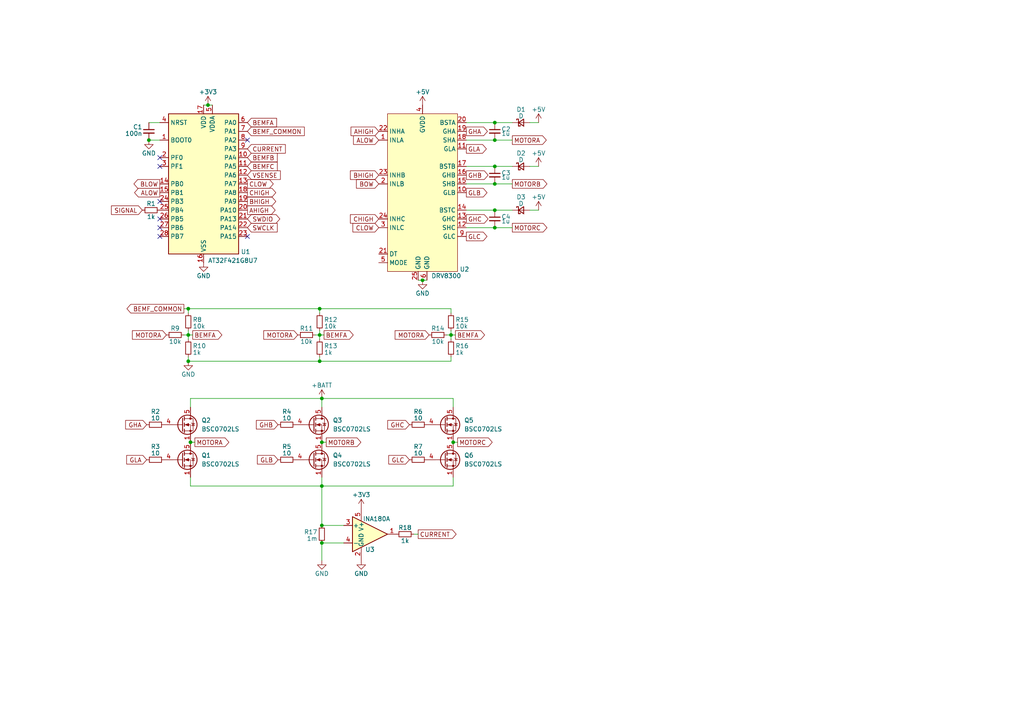
<source format=kicad_sch>
(kicad_sch (version 20230121) (generator eeschema)
  (paper "A4")
  (lib_symbols
    (symbol "Amplifier_Current:INA180A1" (pin_names (offset 0.127))
      (property "Reference" "U" (at 3.81 3.81 0))
      (property "Value" "INA180A1" (at 3.81 -2.54 0))
      (symbol "INA180A1_0_1"
        (polyline (pts (xy 5.08 0) (xy -5.08 5.08) (xy -5.08 -5.08) (xy 5.08 0)) (stroke (width 0.254)) (fill (type background)))
      )
      (symbol "INA180A1_1_1"
        (pin output line (at 7.62 0 180) (length 2.54) (name "~") (number "1"))
        (pin power_in line (at -2.54 -7.62 90) (length 3.81) (name "GND") (number "2"))
        (pin input line (at -7.62 2.54 0) (length 2.54) (name "+") (number "3"))
        (pin input line (at -7.62 -2.54 0) (length 2.54) (name "-") (number "4"))
        (pin power_in line (at -2.54 7.62 270) (length 3.81) (name "V+") (number "5"))
      )
    )
    (symbol "Device:C_Small" (pin_numbers hide) (pin_names (offset 0.254) hide)
      (property "Reference" "C" (at 0.254 1.778 0))
      (property "Value" "C_Small" (at 0.254 -2.032 0))
      (symbol "C_Small_0_1"
        (polyline (pts (xy -1.524 -0.508) (xy 1.524 -0.508)) (stroke (width 0.3302)))
        (polyline (pts (xy -1.524 0.508) (xy 1.524 0.508)) (stroke (width 0.3048)))
      )
      (symbol "C_Small_1_1"
        (pin passive line (at 0 2.54 270) (length 2.032) (name "~") (number "1"))
        (pin passive line (at 0 -2.54 90) (length 2.032) (name "~") (number "2"))
      )
    )
    (symbol "Device:D_Schottky_Small" (pin_numbers hide) (pin_names (offset 0.254) hide)
      (property "Reference" "D" (at -1.27 2.032 0))
      (property "Value" "D_Schottky_Small" (at -7.112 -2.032 0))
      (symbol "D_Schottky_Small_0_1"
        (polyline (pts (xy -0.762 0) (xy 0.762 0)))
        (polyline (pts (xy 0.762 -1.016) (xy -0.762 0) (xy 0.762 1.016) (xy 0.762 -1.016)) (stroke (width 0.254)))
        (polyline (pts (xy -1.27 0.762) (xy -1.27 1.016) (xy -0.762 1.016) (xy -0.762 -1.016) (xy -0.254 -1.016) (xy -0.254 -0.762)) (stroke (width 0.254)))
      )
      (symbol "D_Schottky_Small_1_1"
        (pin passive line (at -2.54 0 0) (length 1.778) (name "K") (number "1"))
        (pin passive line (at 2.54 0 180) (length 1.778) (name "A") (number "2"))
      )
    )
    (symbol "Device:R_Small" (pin_numbers hide) (pin_names (offset 0.254) hide)
      (property "Reference" "R" (at 0.762 0.508 0))
      (property "Value" "R_Small" (at 0.762 -1.016 0))
      (symbol "R_Small_0_1"
        (rectangle (start -0.762 1.778) (end 0.762 -1.778) (stroke (width 0.2032)))
      )
      (symbol "R_Small_1_1"
        (pin passive line (at 0 2.54 270) (length 0.762) (name "~") (number "1"))
        (pin passive line (at 0 -2.54 90) (length 0.762) (name "~") (number "2"))
      )
    )
    (symbol "ESC:DRV8300"
      (property "Reference" "U" (at 5.08 22.225 0))
      (property "Value" "DRV8300" (at 5.08 20.32 0))
      (symbol "DRV8300_0_0"
        (pin input line (at -12.7 11.43 0) (length 2.54) (name "INLA") (number "1"))
        (pin output line (at 12.7 -3.81 180) (length 2.54) (name "GLB") (number "10"))
        (pin output line (at 12.7 8.89 180) (length 2.54) (name "GLA") (number "11"))
        (pin input line (at 12.7 -13.97 180) (length 2.54) (name "SHC") (number "12"))
        (pin output line (at 12.7 -11.43 180) (length 2.54) (name "GHC") (number "13"))
        (pin output line (at 12.7 -8.89 180) (length 2.54) (name "BSTC") (number "14"))
        (pin input line (at 12.7 -1.27 180) (length 2.54) (name "SHB") (number "15"))
        (pin output line (at 12.7 1.27 180) (length 2.54) (name "GHB") (number "16"))
        (pin output line (at 12.7 3.81 180) (length 2.54) (name "BSTB") (number "17"))
        (pin input line (at 12.7 11.43 180) (length 2.54) (name "SHA") (number "18"))
        (pin output line (at 12.7 13.97 180) (length 2.54) (name "GHA") (number "19"))
        (pin input line (at -12.7 -1.27 0) (length 2.54) (name "INLB") (number "2"))
        (pin output line (at 12.7 16.51 180) (length 2.54) (name "BSTA") (number "20"))
        (pin input line (at -12.7 -21.59 0) (length 2.54) (name "DT") (number "21"))
        (pin input line (at -12.7 13.97 0) (length 2.54) (name "INHA") (number "22"))
        (pin input line (at -12.7 1.27 0) (length 2.54) (name "INHB") (number "23"))
        (pin input line (at -12.7 -11.43 0) (length 2.54) (name "INHC") (number "24"))
        (pin power_in line (at -1.27 -29.21 90) (length 2.54) (name "GND") (number "25"))
        (pin input line (at -12.7 -13.97 0) (length 2.54) (name "INLC") (number "3"))
        (pin power_in line (at 0 21.59 270) (length 2.54) (name "GVDD") (number "4"))
        (pin input line (at -12.7 -24.13 0) (length 2.54) (name "MODE") (number "5"))
        (pin power_in line (at 1.27 -29.21 90) (length 2.54) (name "GND") (number "6"))
        (pin output line (at 12.7 -16.51 180) (length 2.54) (name "GLC") (number "9"))
      )
      (symbol "DRV8300_1_0"
        (pin no_connect line (at -12.065 -31.115 0) (length 2.54) hide (name "NC") (number "7"))
        (pin no_connect line (at -12.065 -33.655 0) (length 2.54) hide (name "NC") (number "8"))
      )
      (symbol "DRV8300_1_1"
        (rectangle (start -10.16 19.05) (end 10.16 -26.67) (fill (type background)))
      )
    )
    (symbol "MCU_ST_STM32F0:STM32F031G4Ux"
      (property "Reference" "U" (at -10.16 21.59 0))
      (property "Value" "STM32F031G4Ux" (at 5.08 21.59 0))
      (symbol "STM32F031G4Ux_0_1"
        (rectangle (start -10.16 -20.32) (end 10.16 20.32) (stroke (width 0.254)) (fill (type background)))
      )
      (symbol "STM32F031G4Ux_1_1"
        (pin input line (at -12.7 12.7 0) (length 2.54) (name "BOOT0") (number "1"))
        (pin bidirectional line (at 12.7 7.62 180) (length 2.54) (name "PA4") (number "10"))
        (pin bidirectional line (at 12.7 5.08 180) (length 2.54) (name "PA5") (number "11"))
        (pin bidirectional line (at 12.7 2.54 180) (length 2.54) (name "PA6") (number "12"))
        (pin bidirectional line (at 12.7 0 180) (length 2.54) (name "PA7") (number "13"))
        (pin bidirectional line (at -12.7 0 0) (length 2.54) (name "PB0") (number "14"))
        (pin bidirectional line (at -12.7 -2.54 0) (length 2.54) (name "PB1") (number "15"))
        (pin power_in line (at 0 -22.86 90) (length 2.54) (name "VSS") (number "16"))
        (pin power_in line (at 0 22.86 270) (length 2.54) (name "VDD") (number "17"))
        (pin bidirectional line (at 12.7 -2.54 180) (length 2.54) (name "PA8") (number "18"))
        (pin bidirectional line (at 12.7 -5.08 180) (length 2.54) (name "PA9") (number "19"))
        (pin bidirectional line (at -12.7 7.62 0) (length 2.54) (name "PF0") (number "2"))
        (pin bidirectional line (at 12.7 -7.62 180) (length 2.54) (name "PA10") (number "20"))
        (pin bidirectional line (at 12.7 -10.16 180) (length 2.54) (name "PA13") (number "21"))
        (pin bidirectional line (at 12.7 -12.7 180) (length 2.54) (name "PA14") (number "22"))
        (pin bidirectional line (at 12.7 -15.24 180) (length 2.54) (name "PA15") (number "23"))
        (pin bidirectional line (at -12.7 -5.08 0) (length 2.54) (name "PB3") (number "24"))
        (pin bidirectional line (at -12.7 -7.62 0) (length 2.54) (name "PB4") (number "25"))
        (pin bidirectional line (at -12.7 -10.16 0) (length 2.54) (name "PB5") (number "26"))
        (pin bidirectional line (at -12.7 -12.7 0) (length 2.54) (name "PB6") (number "27"))
        (pin bidirectional line (at -12.7 -15.24 0) (length 2.54) (name "PB7") (number "28"))
        (pin bidirectional line (at -12.7 5.08 0) (length 2.54) (name "PF1") (number "3"))
        (pin input line (at -12.7 17.78 0) (length 2.54) (name "NRST") (number "4"))
        (pin power_in line (at 2.54 22.86 270) (length 2.54) (name "VDDA") (number "5"))
        (pin bidirectional line (at 12.7 17.78 180) (length 2.54) (name "PA0") (number "6"))
        (pin bidirectional line (at 12.7 15.24 180) (length 2.54) (name "PA1") (number "7"))
        (pin bidirectional line (at 12.7 12.7 180) (length 2.54) (name "PA2") (number "8"))
        (pin bidirectional line (at 12.7 10.16 180) (length 2.54) (name "PA3") (number "9"))
      )
    )
    (symbol "Transistor_FET:BSC070N10NS5" (pin_names hide)
      (property "Reference" "Q" (at 5.08 1.905 0))
      (property "Value" "BSC070N10NS5" (at 5.08 0 0))
      (symbol "BSC070N10NS5_0_1"
        (polyline (pts (xy 0.254 0) (xy -2.54 0)))
        (polyline (pts (xy 0.254 1.905) (xy 0.254 -1.905)) (stroke (width 0.254)))
        (polyline (pts (xy 0.762 -1.27) (xy 0.762 -2.286)) (stroke (width 0.254)))
        (polyline (pts (xy 0.762 0.508) (xy 0.762 -0.508)) (stroke (width 0.254)))
        (polyline (pts (xy 0.762 2.286) (xy 0.762 1.27)) (stroke (width 0.254)))
        (polyline (pts (xy 2.54 2.54) (xy 2.54 1.778)))
        (polyline (pts (xy 2.54 -2.54) (xy 2.54 0) (xy 0.762 0)))
        (polyline (pts (xy 0.762 -1.778) (xy 3.302 -1.778) (xy 3.302 1.778) (xy 0.762 1.778)))
        (polyline (pts (xy 1.016 0) (xy 2.032 0.381) (xy 2.032 -0.381) (xy 1.016 0)) (fill (type outline)))
        (polyline (pts (xy 2.794 0.508) (xy 2.921 0.381) (xy 3.683 0.381) (xy 3.81 0.254)))
        (polyline (pts (xy 3.302 0.381) (xy 2.921 -0.254) (xy 3.683 -0.254) (xy 3.302 0.381)))
        (circle (center 1.651 0) (radius 2.794) (stroke (width 0.254)))
        (circle (center 2.54 -1.778) (radius 0.254) (fill (type outline)))
        (circle (center 2.54 1.778) (radius 0.254) (fill (type outline)))
      )
      (symbol "BSC070N10NS5_1_1"
        (pin passive line (at 2.54 -5.08 90) (length 2.54) (name "S") (number "1"))
        (pin passive line (at 2.54 -5.08 90) (length 2.54) hide (name "S") (number "2"))
        (pin passive line (at 2.54 -5.08 90) (length 2.54) hide (name "S") (number "3"))
        (pin passive line (at -5.08 0 0) (length 2.54) (name "G") (number "4"))
        (pin passive line (at 2.54 5.08 270) (length 2.54) (name "D") (number "5"))
      )
    )
    (symbol "power:+3V3" (power) (pin_names (offset 0))
      (property "Value" "+3V3" (at 0 3.556 0))
      (symbol "+3V3_0_1"
        (polyline (pts (xy -0.762 1.27) (xy 0 2.54)))
        (polyline (pts (xy 0 0) (xy 0 2.54)))
        (polyline (pts (xy 0 2.54) (xy 0.762 1.27)))
      )
      (symbol "+3V3_1_1"
        (pin power_in line (at 0 0 90) (length 0) hide (name "+3V3") (number "1"))
      )
    )
    (symbol "power:+5V" (power) (pin_names (offset 0))
      (property "Value" "+5V" (at 0 3.556 0))
      (symbol "+5V_0_1"
        (polyline (pts (xy -0.762 1.27) (xy 0 2.54)))
        (polyline (pts (xy 0 0) (xy 0 2.54)))
        (polyline (pts (xy 0 2.54) (xy 0.762 1.27)))
      )
      (symbol "+5V_1_1"
        (pin power_in line (at 0 0 90) (length 0) hide (name "+5V") (number "1"))
      )
    )
    (symbol "power:+BATT" (power) (pin_names (offset 0))
      (property "Value" "+BATT" (at 0 3.556 0))
      (symbol "+BATT_0_1"
        (polyline (pts (xy -0.762 1.27) (xy 0 2.54)))
        (polyline (pts (xy 0 0) (xy 0 2.54)))
        (polyline (pts (xy 0 2.54) (xy 0.762 1.27)))
      )
      (symbol "+BATT_1_1"
        (pin power_in line (at 0 0 90) (length 0) hide (name "+BATT") (number "1"))
      )
    )
    (symbol "power:GND" (power) (pin_names (offset 0))
      (property "Value" "GND" (at 0 -3.81 0))
      (symbol "GND_0_1"
        (polyline (pts (xy 0 0) (xy 0 -1.27) (xy 1.27 -1.27) (xy 0 -2.54) (xy -1.27 -1.27) (xy 0 -1.27)))
      )
      (symbol "GND_1_1"
        (pin power_in line (at 0 0 270) (length 0) hide (name "GND") (number "1"))
      )
    )
  )
  (junction (at 93.345 152.4))
  (junction (at 143.51 66.04))
  (junction (at 43.18 40.64))
  (junction (at 92.71 89.535))
  (junction (at 143.51 48.26))
  (junction (at 55.245 128.27))
  (junction (at 131.445 128.27))
  (junction (at 143.51 53.34))
  (junction (at 92.71 104.775))
  (junction (at 93.345 115.57))
  (junction (at 92.71 97.155))
  (junction (at 143.51 60.96))
  (junction (at 54.61 97.155))
  (junction (at 93.345 157.48))
  (junction (at 54.61 89.535))
  (junction (at 60.325 30.48))
  (junction (at 130.81 97.155))
  (junction (at 93.345 128.27))
  (junction (at 143.51 40.64))
  (junction (at 143.51 35.56))
  (junction (at 93.345 140.97))
  (junction (at 122.555 81.28))
  (junction (at 54.61 104.775))
  (no_connect (at 46.355 68.58))
  (no_connect (at 46.355 45.72))
  (no_connect (at 46.355 48.26))
  (no_connect (at 46.355 58.42))
  (no_connect (at 71.755 68.58))
  (no_connect (at 46.355 63.5))
  (no_connect (at 46.355 66.04))
  (no_connect (at 71.755 40.64))
  (wire (pts (xy 59.055 30.48) (xy 60.325 30.48)))
  (wire (pts (xy 143.51 35.56) (xy 148.59 35.56)))
  (wire (pts (xy 92.71 89.535) (xy 130.81 89.535)))
  (wire (pts (xy 122.555 81.28) (xy 123.825 81.28)))
  (wire (pts (xy 93.345 152.4) (xy 99.695 152.4)))
  (wire (pts (xy 130.81 97.155) (xy 130.81 98.425)))
  (wire (pts (xy 43.18 35.56) (xy 46.355 35.56)))
  (wire (pts (xy 93.345 157.48) (xy 93.345 162.56)))
  (wire (pts (xy 93.345 140.97) (xy 93.345 152.4)))
  (wire (pts (xy 93.345 115.57) (xy 131.445 115.57)))
  (wire (pts (xy 92.71 95.885) (xy 92.71 97.155)))
  (wire (pts (xy 130.81 97.155) (xy 132.08 97.155)))
  (wire (pts (xy 54.61 97.155) (xy 54.61 98.425)))
  (wire (pts (xy 120.015 154.94) (xy 121.285 154.94)))
  (wire (pts (xy 55.245 128.27) (xy 56.515 128.27)))
  (wire (pts (xy 121.285 81.28) (xy 122.555 81.28)))
  (wire (pts (xy 135.255 60.96) (xy 143.51 60.96)))
  (wire (pts (xy 60.325 30.48) (xy 61.595 30.48)))
  (wire (pts (xy 143.51 40.64) (xy 148.59 40.64)))
  (wire (pts (xy 153.67 48.26) (xy 156.21 48.26)))
  (wire (pts (xy 135.255 66.04) (xy 143.51 66.04)))
  (wire (pts (xy 135.255 53.34) (xy 143.51 53.34)))
  (wire (pts (xy 143.51 48.26) (xy 148.59 48.26)))
  (wire (pts (xy 153.67 60.96) (xy 156.21 60.96)))
  (wire (pts (xy 93.345 118.11) (xy 93.345 115.57)))
  (wire (pts (xy 55.245 140.97) (xy 93.345 140.97)))
  (wire (pts (xy 43.18 40.64) (xy 46.355 40.64)))
  (wire (pts (xy 93.345 115.57) (xy 55.245 115.57)))
  (wire (pts (xy 135.255 40.64) (xy 143.51 40.64)))
  (wire (pts (xy 93.345 157.48) (xy 99.695 157.48)))
  (wire (pts (xy 93.345 128.27) (xy 94.615 128.27)))
  (wire (pts (xy 153.67 35.56) (xy 156.21 35.56)))
  (wire (pts (xy 143.51 60.96) (xy 148.59 60.96)))
  (wire (pts (xy 53.34 89.535) (xy 54.61 89.535)))
  (wire (pts (xy 54.61 104.775) (xy 54.61 103.505)))
  (wire (pts (xy 55.245 140.97) (xy 55.245 138.43)))
  (wire (pts (xy 91.44 97.155) (xy 92.71 97.155)))
  (wire (pts (xy 54.61 97.155) (xy 55.88 97.155)))
  (wire (pts (xy 92.71 104.775) (xy 130.81 104.775)))
  (wire (pts (xy 135.255 35.56) (xy 143.51 35.56)))
  (wire (pts (xy 131.445 128.27) (xy 132.715 128.27)))
  (wire (pts (xy 135.255 48.26) (xy 143.51 48.26)))
  (wire (pts (xy 54.61 95.885) (xy 54.61 97.155)))
  (wire (pts (xy 129.54 97.155) (xy 130.81 97.155)))
  (wire (pts (xy 55.245 115.57) (xy 55.245 118.11)))
  (wire (pts (xy 130.81 103.505) (xy 130.81 104.775)))
  (wire (pts (xy 93.345 140.97) (xy 131.445 140.97)))
  (wire (pts (xy 143.51 66.04) (xy 148.59 66.04)))
  (wire (pts (xy 143.51 53.34) (xy 148.59 53.34)))
  (wire (pts (xy 92.71 97.155) (xy 92.71 98.425)))
  (wire (pts (xy 131.445 140.97) (xy 131.445 138.43)))
  (wire (pts (xy 131.445 115.57) (xy 131.445 118.11)))
  (wire (pts (xy 92.71 103.505) (xy 92.71 104.775)))
  (wire (pts (xy 54.61 90.805) (xy 54.61 89.535)))
  (wire (pts (xy 93.345 140.97) (xy 93.345 138.43)))
  (wire (pts (xy 53.34 97.155) (xy 54.61 97.155)))
  (wire (pts (xy 54.61 104.775) (xy 92.71 104.775)))
  (wire (pts (xy 92.71 97.155) (xy 93.98 97.155)))
  (wire (pts (xy 130.81 89.535) (xy 130.81 90.805)))
  (wire (pts (xy 130.81 95.885) (xy 130.81 97.155)))
  (wire (pts (xy 92.71 90.805) (xy 92.71 89.535)))
  (wire (pts (xy 54.61 89.535) (xy 92.71 89.535)))
  (global_label "CURRENT" (shape input) (at 71.755 43.18 0) (property "Intersheetrefs" "${INTERSHEET_REFS}" (effects hide)))
  (global_label "GHB" (shape input) (at 80.645 123.19 180) (property "Intersheetrefs" "${INTERSHEET_REFS}" (effects hide)))
  (global_label "BEMF_COMMON" (shape input) (at 71.755 38.1 0) (property "Intersheetrefs" "${INTERSHEET_REFS}" (effects hide)))
  (global_label "MOTORB" (shape output) (at 94.615 128.27 0) (property "Intersheetrefs" "${INTERSHEET_REFS}" (effects hide)))
  (global_label "CLOW" (shape input) (at 109.855 66.04 180) (property "Intersheetrefs" "${INTERSHEET_REFS}" (effects hide)))
  (global_label "GLC" (shape input) (at 118.745 133.35 180) (property "Intersheetrefs" "${INTERSHEET_REFS}" (effects hide)))
  (global_label "VSENSE" (shape input) (at 71.755 50.8 0) (property "Intersheetrefs" "${INTERSHEET_REFS}" (effects hide)))
  (global_label "MOTORC" (shape output) (at 132.715 128.27 0) (property "Intersheetrefs" "${INTERSHEET_REFS}" (effects hide)))
  (global_label "MOTORB" (shape output) (at 148.59 53.34 0) (property "Intersheetrefs" "${INTERSHEET_REFS}" (effects hide)))
  (global_label "ALOW" (shape output) (at 46.355 55.88 180) (property "Intersheetrefs" "${INTERSHEET_REFS}" (effects hide)))
  (global_label "CURRENT" (shape output) (at 121.285 154.94 0) (property "Intersheetrefs" "${INTERSHEET_REFS}" (effects hide)))
  (global_label "BEMFA" (shape output) (at 132.08 97.155 0) (property "Intersheetrefs" "${INTERSHEET_REFS}" (effects hide)))
  (global_label "GHB" (shape output) (at 135.255 50.8 0) (property "Intersheetrefs" "${INTERSHEET_REFS}" (effects hide)))
  (global_label "ALOW" (shape input) (at 109.855 40.64 180) (property "Intersheetrefs" "${INTERSHEET_REFS}" (effects hide)))
  (global_label "GLA" (shape input) (at 42.545 133.35 180) (property "Intersheetrefs" "${INTERSHEET_REFS}" (effects hide)))
  (global_label "GLA" (shape output) (at 135.255 43.18 0) (property "Intersheetrefs" "${INTERSHEET_REFS}" (effects hide)))
  (global_label "GLB" (shape input) (at 80.645 133.35 180) (property "Intersheetrefs" "${INTERSHEET_REFS}" (effects hide)))
  (global_label "AHIGH" (shape input) (at 109.855 38.1 180) (property "Intersheetrefs" "${INTERSHEET_REFS}" (effects hide)))
  (global_label "CHIGH" (shape input) (at 109.855 63.5 180) (property "Intersheetrefs" "${INTERSHEET_REFS}" (effects hide)))
  (global_label "SWDIO" (shape bidirectional) (at 71.755 63.5 0) (property "Intersheetrefs" "${INTERSHEET_REFS}" (effects hide)))
  (global_label "MOTORA" (shape input) (at 86.36 97.155 180) (property "Intersheetrefs" "${INTERSHEET_REFS}" (effects hide)))
  (global_label "MOTORA" (shape output) (at 56.515 128.27 0) (property "Intersheetrefs" "${INTERSHEET_REFS}" (effects hide)))
  (global_label "GHC" (shape input) (at 118.745 123.19 180) (property "Intersheetrefs" "${INTERSHEET_REFS}" (effects hide)))
  (global_label "MOTORA" (shape input) (at 124.46 97.155 180) (property "Intersheetrefs" "${INTERSHEET_REFS}" (effects hide)))
  (global_label "BEMFA" (shape input) (at 71.755 35.56 0) (property "Intersheetrefs" "${INTERSHEET_REFS}" (effects hide)))
  (global_label "BLOW" (shape output) (at 46.355 53.34 180) (property "Intersheetrefs" "${INTERSHEET_REFS}" (effects hide)))
  (global_label "CLOW" (shape output) (at 71.755 53.34 0) (property "Intersheetrefs" "${INTERSHEET_REFS}" (effects hide)))
  (global_label "GHC" (shape output) (at 135.255 63.5 0) (property "Intersheetrefs" "${INTERSHEET_REFS}" (effects hide)))
  (global_label "MOTORA" (shape output) (at 148.59 40.64 0) (property "Intersheetrefs" "${INTERSHEET_REFS}" (effects hide)))
  (global_label "CHIGH" (shape output) (at 71.755 55.88 0) (property "Intersheetrefs" "${INTERSHEET_REFS}" (effects hide)))
  (global_label "MOTORC" (shape output) (at 148.59 66.04 0) (property "Intersheetrefs" "${INTERSHEET_REFS}" (effects hide)))
  (global_label "BEMFA" (shape output) (at 93.98 97.155 0) (property "Intersheetrefs" "${INTERSHEET_REFS}" (effects hide)))
  (global_label "GHA" (shape input) (at 42.545 123.19 180) (property "Intersheetrefs" "${INTERSHEET_REFS}" (effects hide)))
  (global_label "AHIGH" (shape output) (at 71.755 60.96 0) (property "Intersheetrefs" "${INTERSHEET_REFS}" (effects hide)))
  (global_label "BEMFA" (shape output) (at 55.88 97.155 0) (property "Intersheetrefs" "${INTERSHEET_REFS}" (effects hide)))
  (global_label "BOW" (shape input) (at 109.855 53.34 180) (property "Intersheetrefs" "${INTERSHEET_REFS}" (effects hide)))
  (global_label "GLB" (shape output) (at 135.255 55.88 0) (property "Intersheetrefs" "${INTERSHEET_REFS}" (effects hide)))
  (global_label "BEMFC" (shape input) (at 71.755 48.26 0) (property "Intersheetrefs" "${INTERSHEET_REFS}" (effects hide)))
  (global_label "BEMFB" (shape input) (at 71.755 45.72 0) (property "Intersheetrefs" "${INTERSHEET_REFS}" (effects hide)))
  (global_label "BHIGH" (shape output) (at 71.755 58.42 0) (property "Intersheetrefs" "${INTERSHEET_REFS}" (effects hide)))
  (global_label "GHA" (shape output) (at 135.255 38.1 0) (property "Intersheetrefs" "${INTERSHEET_REFS}" (effects hide)))
  (global_label "SWCLK" (shape input) (at 71.755 66.04 0) (property "Intersheetrefs" "${INTERSHEET_REFS}" (effects hide)))
  (global_label "MOTORA" (shape input) (at 48.26 97.155 180) (property "Intersheetrefs" "${INTERSHEET_REFS}" (effects hide)))
  (global_label "GLC" (shape output) (at 135.255 68.58 0) (property "Intersheetrefs" "${INTERSHEET_REFS}" (effects hide)))
  (global_label "BEMF_COMMON" (shape output) (at 53.34 89.535 180) (property "Intersheetrefs" "${INTERSHEET_REFS}" (effects hide)))
  (global_label "BHIGH" (shape input) (at 109.855 50.8 180) (property "Intersheetrefs" "${INTERSHEET_REFS}" (effects hide)))
  (global_label "SIGNAL" (shape input) (at 41.275 60.96 180) (property "Intersheetrefs" "${INTERSHEET_REFS}" (effects hide)))
  (symbol (lib_id "Device:R_Small") (at 92.71 100.965 0) (unit 1)
    (property "Reference" "R13" (at 93.98 100.33 0) (effects (justify left)))
    (property "Value" "1k" (at 93.98 102.235 0) (effects (justify left)))
  )
  (symbol (lib_id "power:GND") (at 54.61 104.775 0) (unit 1)
    (property "Reference" "#PWR07" (effects hide))
    (property "Value" "GND" (at 54.61 108.585 0))
  )
  (symbol (lib_id "power:+3V3") (at 60.325 30.48 0) (unit 1)
    (property "Reference" "#PWR01" (effects hide))
    (property "Value" "+3V3" (at 60.325 26.67 0))
  )
  (symbol (lib_id "Device:R_Small") (at 54.61 93.345 0) (unit 1)
    (property "Reference" "R8" (at 55.88 92.71 0) (effects (justify left)))
    (property "Value" "10k" (at 55.88 94.615 0) (effects (justify left)))
  )
  (symbol (lib_id "power:GND") (at 104.775 162.56 0) (unit 1)
    (property "Reference" "#PWR013" (effects hide))
    (property "Value" "GND" (at 104.775 166.37 0))
  )
  (symbol (lib_id "ESC:DRV8300") (at 122.555 52.07 0) (unit 1)
    (property "Reference" "U2" (at 133.35 78.105 0) (effects (justify left)))
    (property "Value" "DRV8300" (at 125.095 80.01 0) (effects (justify left)))
    (property "Footprint" "Package_DFN_QFN:HVQFN-24-1EP_4x4mm_P0.5mm_EP2.5x2.5mm_ThermalVias" (effects hide))
  )
  (symbol (lib_id "Device:R_Small") (at 93.345 154.94 0) (unit 1)
    (property "Reference" "R17" (at 92.075 154.305 0) (effects (justify right)))
    (property "Value" "1m" (at 92.075 156.21 0) (effects (justify right)))
  )
  (symbol (lib_id "Device:R_Small") (at 45.085 133.35 90) (unit 1)
    (property "Reference" "R3" (at 45.085 129.54 90))
    (property "Value" "10" (at 45.085 131.445 90))
  )
  (symbol (lib_id "Transistor_FET:BSC070N10NS5") (at 128.905 133.35 0) (unit 1)
    (property "Reference" "Q6" (at 134.62 132.08 0) (effects (justify left)))
    (property "Value" "BSC0702LS" (at 134.62 134.62 0) (effects (justify left)))
    (property "Footprint" "Package_TO_SOT_SMD:TDSON-8-1" (effects hide))
    (property "Datasheet" "http://www.infineon.com/dgdl/Infineon-BSC070N10NS5-DS-v02_01-EN.pdf?fileId=5546d4624a0bf290014a0fc62d9d6b3c" (effects hide))
  )
  (symbol (lib_id "Device:R_Small") (at 45.085 123.19 90) (unit 1)
    (property "Reference" "R2" (at 45.085 119.38 90))
    (property "Value" "10" (at 45.085 121.285 90))
  )
  (symbol (lib_id "Device:C_Small") (at 143.51 50.8 0) (unit 1)
    (property "Reference" "C3" (at 145.415 50.165 0) (effects (justify left)))
    (property "Value" "1u" (at 145.415 51.435 0) (effects (justify left)))
  )
  (symbol (lib_id "Device:R_Small") (at 127 97.155 90) (unit 1)
    (property "Reference" "R14" (at 127 95.25 90))
    (property "Value" "10k" (at 127 99.06 90))
  )
  (symbol (lib_id "Transistor_FET:BSC070N10NS5") (at 52.705 133.35 0) (unit 1)
    (property "Reference" "Q1" (at 58.42 132.08 0) (effects (justify left)))
    (property "Value" "BSC0702LS" (at 58.42 134.62 0) (effects (justify left)))
    (property "Footprint" "Package_TO_SOT_SMD:TDSON-8-1" (effects hide))
    (property "Datasheet" "http://www.infineon.com/dgdl/Infineon-BSC070N10NS5-DS-v02_01-EN.pdf?fileId=5546d4624a0bf290014a0fc62d9d6b3c" (effects hide))
  )
  (symbol (lib_id "power:GND") (at 93.345 162.56 0) (unit 1)
    (property "Reference" "#PWR011" (effects hide))
    (property "Value" "GND" (at 93.345 166.37 0))
  )
  (symbol (lib_id "Device:R_Small") (at 88.9 97.155 90) (unit 1)
    (property "Reference" "R11" (at 88.9 95.25 90))
    (property "Value" "10k" (at 88.9 99.06 90))
  )
  (symbol (lib_id "Device:R_Small") (at 83.185 123.19 90) (unit 1)
    (property "Reference" "R4" (at 83.185 119.38 90))
    (property "Value" "10" (at 83.185 121.285 90))
  )
  (symbol (lib_id "Transistor_FET:BSC070N10NS5") (at 90.805 133.35 0) (unit 1)
    (property "Reference" "Q4" (at 96.52 132.08 0) (effects (justify left)))
    (property "Value" "BSC0702LS" (at 96.52 134.62 0) (effects (justify left)))
    (property "Footprint" "Package_TO_SOT_SMD:TDSON-8-1" (effects hide))
    (property "Datasheet" "http://www.infineon.com/dgdl/Infineon-BSC070N10NS5-DS-v02_01-EN.pdf?fileId=5546d4624a0bf290014a0fc62d9d6b3c" (effects hide))
  )
  (symbol (lib_id "Device:D_Schottky_Small") (at 151.13 48.26 0) (unit 1)
    (property "Reference" "D2" (at 151.13 44.45 0))
    (property "Value" "D" (at 151.13 46.355 0))
  )
  (symbol (lib_id "power:+5V") (at 122.555 30.48 0) (unit 1)
    (property "Reference" "#PWR04" (effects hide))
    (property "Value" "+5V" (at 122.555 26.67 0))
  )
  (symbol (lib_id "power:+BATT") (at 93.345 115.57 0) (unit 1)
    (property "Reference" "#PWR06" (effects hide))
    (property "Value" "+BATT" (at 93.345 111.76 0))
  )
  (symbol (lib_id "power:GND") (at 122.555 81.28 0) (unit 1)
    (property "Reference" "#PWR05" (effects hide))
    (property "Value" "GND" (at 122.555 85.09 0))
  )
  (symbol (lib_id "MCU_ST_STM32F0:STM32F031G4Ux") (at 59.055 53.34 0) (unit 1)
    (property "Reference" "U1" (at 69.85 73.025 0) (effects (justify left)))
    (property "Value" "AT32F421G8U7" (at 60.325 75.565 0) (effects (justify left)))
    (property "Footprint" "Package_DFN_QFN:QFN-28_4x4mm_P0.5mm" (effects hide))
    (property "Datasheet" "https://www.st.com/resource/en/datasheet/stm32f031g4.pdf" (effects hide))
  )
  (symbol (lib_id "Device:D_Schottky_Small") (at 151.13 60.96 0) (unit 1)
    (property "Reference" "D3" (at 151.13 57.15 0))
    (property "Value" "D" (at 151.13 59.055 0))
  )
  (symbol (lib_id "power:+5V") (at 156.21 48.26 0) (unit 1)
    (property "Reference" "#PWR09" (effects hide))
    (property "Value" "+5V" (at 156.21 44.45 0))
  )
  (symbol (lib_id "Device:R_Small") (at 130.81 93.345 0) (unit 1)
    (property "Reference" "R15" (at 132.08 92.71 0) (effects (justify left)))
    (property "Value" "10k" (at 132.08 94.615 0) (effects (justify left)))
  )
  (symbol (lib_id "power:+5V") (at 156.21 60.96 0) (unit 1)
    (property "Reference" "#PWR010" (effects hide))
    (property "Value" "+5V" (at 156.21 57.15 0))
  )
  (symbol (lib_id "power:+5V") (at 156.21 35.56 0) (unit 1)
    (property "Reference" "#PWR08" (effects hide))
    (property "Value" "+5V" (at 156.21 31.75 0))
  )
  (symbol (lib_id "Device:R_Small") (at 83.185 133.35 90) (unit 1)
    (property "Reference" "R5" (at 83.185 129.54 90))
    (property "Value" "10" (at 83.185 131.445 90))
  )
  (symbol (lib_id "Device:R_Small") (at 121.285 133.35 90) (unit 1)
    (property "Reference" "R7" (at 121.285 129.54 90))
    (property "Value" "10" (at 121.285 131.445 90))
  )
  (symbol (lib_id "Transistor_FET:BSC070N10NS5") (at 52.705 123.19 0) (unit 1)
    (property "Reference" "Q2" (at 58.42 121.92 0) (effects (justify left)))
    (property "Value" "BSC0702LS" (at 58.42 124.46 0) (effects (justify left)))
    (property "Footprint" "Package_TO_SOT_SMD:TDSON-8-1" (effects hide))
    (property "Datasheet" "http://www.infineon.com/dgdl/Infineon-BSC070N10NS5-DS-v02_01-EN.pdf?fileId=5546d4624a0bf290014a0fc62d9d6b3c" (effects hide))
  )
  (symbol (lib_id "Device:R_Small") (at 130.81 100.965 0) (unit 1)
    (property "Reference" "R16" (at 132.08 100.33 0) (effects (justify left)))
    (property "Value" "1k" (at 132.08 102.235 0) (effects (justify left)))
  )
  (symbol (lib_id "Amplifier_Current:INA180A1") (at 107.315 154.94 0) (unit 1)
    (property "Reference" "U3" (at 107.315 159.385 0))
    (property "Value" "INA180A" (at 109.22 150.495 0))
    (property "Footprint" "Package_TO_SOT_SMD:SOT-23-5" (effects hide))
    (property "Datasheet" "http://www.ti.com/lit/ds/symlink/ina180.pdf" (effects hide))
  )
  (symbol (lib_id "Device:C_Small") (at 43.18 38.1 0) (unit 1)
    (property "Reference" "C1" (at 41.275 36.83 0) (effects (justify right)))
    (property "Value" "100n" (at 41.275 38.735 0) (effects (justify right)))
  )
  (symbol (lib_id "Device:R_Small") (at 54.61 100.965 0) (unit 1)
    (property "Reference" "R10" (at 55.88 100.33 0) (effects (justify left)))
    (property "Value" "1k" (at 55.88 102.235 0) (effects (justify left)))
  )
  (symbol (lib_id "Device:C_Small") (at 143.51 38.1 0) (unit 1)
    (property "Reference" "C2" (at 145.415 37.465 0) (effects (justify left)))
    (property "Value" "1u" (at 145.415 38.735 0) (effects (justify left)))
  )
  (symbol (lib_id "power:GND") (at 43.18 40.64 0) (unit 1)
    (property "Reference" "#PWR02" (effects hide))
    (property "Value" "GND" (at 43.18 44.45 0))
  )
  (symbol (lib_id "Device:R_Small") (at 92.71 93.345 0) (unit 1)
    (property "Reference" "R12" (at 93.98 92.71 0) (effects (justify left)))
    (property "Value" "10k" (at 93.98 94.615 0) (effects (justify left)))
  )
  (symbol (lib_id "Device:R_Small") (at 121.285 123.19 90) (unit 1)
    (property "Reference" "R6" (at 121.285 119.38 90))
    (property "Value" "10" (at 121.285 121.285 90))
  )
  (symbol (lib_id "Device:R_Small") (at 50.8 97.155 90) (unit 1)
    (property "Reference" "R9" (at 50.8 95.25 90))
    (property "Value" "10k" (at 50.8 99.06 90))
  )
  (symbol (lib_id "power:+3V3") (at 104.775 147.32 0) (unit 1)
    (property "Reference" "#PWR012" (effects hide))
    (property "Value" "+3V3" (at 104.775 143.51 0))
  )
  (symbol (lib_id "Transistor_FET:BSC070N10NS5") (at 90.805 123.19 0) (unit 1)
    (property "Reference" "Q3" (at 96.52 121.92 0) (effects (justify left)))
    (property "Value" "BSC0702LS" (at 96.52 124.46 0) (effects (justify left)))
    (property "Footprint" "Package_TO_SOT_SMD:TDSON-8-1" (effects hide))
    (property "Datasheet" "http://www.infineon.com/dgdl/Infineon-BSC070N10NS5-DS-v02_01-EN.pdf?fileId=5546d4624a0bf290014a0fc62d9d6b3c" (effects hide))
  )
  (symbol (lib_id "Device:R_Small") (at 117.475 154.94 90) (unit 1)
    (property "Reference" "R18" (at 117.475 153.035 90))
    (property "Value" "1k" (at 117.475 156.845 90))
  )
  (symbol (lib_id "power:GND") (at 59.055 76.2 0) (unit 1)
    (property "Reference" "#PWR03" (effects hide))
    (property "Value" "GND" (at 59.055 80.01 0))
  )
  (symbol (lib_id "Device:R_Small") (at 43.815 60.96 90) (unit 1)
    (property "Reference" "R1" (at 43.815 59.055 90))
    (property "Value" "1k" (at 43.815 62.865 90))
  )
  (symbol (lib_id "Transistor_FET:BSC070N10NS5") (at 128.905 123.19 0) (unit 1)
    (property "Reference" "Q5" (at 134.62 121.92 0) (effects (justify left)))
    (property "Value" "BSC0702LS" (at 134.62 124.46 0) (effects (justify left)))
    (property "Footprint" "Package_TO_SOT_SMD:TDSON-8-1" (effects hide))
    (property "Datasheet" "http://www.infineon.com/dgdl/Infineon-BSC070N10NS5-DS-v02_01-EN.pdf?fileId=5546d4624a0bf290014a0fc62d9d6b3c" (effects hide))
  )
  (symbol (lib_id "Device:C_Small") (at 143.51 63.5 0) (unit 1)
    (property "Reference" "C4" (at 145.415 62.865 0) (effects (justify left)))
    (property "Value" "1u" (at 145.415 64.135 0) (effects (justify left)))
  )
  (symbol (lib_id "Device:D_Schottky_Small") (at 151.13 35.56 0) (unit 1)
    (property "Reference" "D1" (at 151.13 31.75 0))
    (property "Value" "D" (at 151.13 33.655 0))
  )
)
</source>
